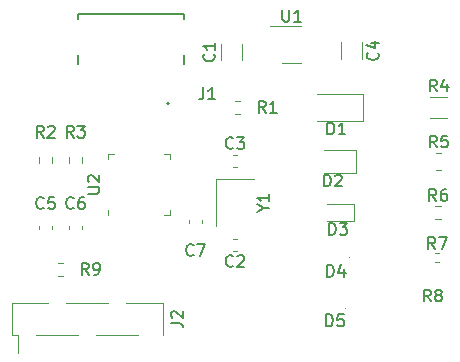
<source format=gbr>
%TF.GenerationSoftware,KiCad,Pcbnew,(5.99.0-9795-gc3c3649211)*%
%TF.CreationDate,2021-03-25T09:38:18-07:00*%
%TF.ProjectId,smd-challenge,736d642d-6368-4616-9c6c-656e67652e6b,rev?*%
%TF.SameCoordinates,Original*%
%TF.FileFunction,Legend,Top*%
%TF.FilePolarity,Positive*%
%FSLAX46Y46*%
G04 Gerber Fmt 4.6, Leading zero omitted, Abs format (unit mm)*
G04 Created by KiCad (PCBNEW (5.99.0-9795-gc3c3649211)) date 2021-03-25 09:38:18*
%MOMM*%
%LPD*%
G01*
G04 APERTURE LIST*
%ADD10C,0.150000*%
%ADD11C,0.100000*%
%ADD12C,0.120000*%
%ADD13C,0.127000*%
%ADD14C,0.200000*%
G04 APERTURE END LIST*
D10*
%TO.C,D5*%
X147710654Y-66272380D02*
X147710654Y-65272380D01*
X147948750Y-65272380D01*
X148091607Y-65320000D01*
X148186845Y-65415238D01*
X148234464Y-65510476D01*
X148282083Y-65700952D01*
X148282083Y-65843809D01*
X148234464Y-66034285D01*
X148186845Y-66129523D01*
X148091607Y-66224761D01*
X147948750Y-66272380D01*
X147710654Y-66272380D01*
X149186845Y-65272380D02*
X148710654Y-65272380D01*
X148663035Y-65748571D01*
X148710654Y-65700952D01*
X148805892Y-65653333D01*
X149043988Y-65653333D01*
X149139226Y-65700952D01*
X149186845Y-65748571D01*
X149234464Y-65843809D01*
X149234464Y-66081904D01*
X149186845Y-66177142D01*
X149139226Y-66224761D01*
X149043988Y-66272380D01*
X148805892Y-66272380D01*
X148710654Y-66224761D01*
X148663035Y-66177142D01*
%TO.C,D1*%
X147828154Y-50024380D02*
X147828154Y-49024380D01*
X148066250Y-49024380D01*
X148209107Y-49072000D01*
X148304345Y-49167238D01*
X148351964Y-49262476D01*
X148399583Y-49452952D01*
X148399583Y-49595809D01*
X148351964Y-49786285D01*
X148304345Y-49881523D01*
X148209107Y-49976761D01*
X148066250Y-50024380D01*
X147828154Y-50024380D01*
X149351964Y-50024380D02*
X148780535Y-50024380D01*
X149066250Y-50024380D02*
X149066250Y-49024380D01*
X148971011Y-49167238D01*
X148875773Y-49262476D01*
X148780535Y-49310095D01*
%TO.C,U2*%
X127516380Y-55033904D02*
X128325904Y-55033904D01*
X128421142Y-54986285D01*
X128468761Y-54938666D01*
X128516380Y-54843428D01*
X128516380Y-54652952D01*
X128468761Y-54557714D01*
X128421142Y-54510095D01*
X128325904Y-54462476D01*
X127516380Y-54462476D01*
X127611619Y-54033904D02*
X127564000Y-53986285D01*
X127516380Y-53891047D01*
X127516380Y-53652952D01*
X127564000Y-53557714D01*
X127611619Y-53510095D01*
X127706857Y-53462476D01*
X127802095Y-53462476D01*
X127944952Y-53510095D01*
X128516380Y-54081523D01*
X128516380Y-53462476D01*
%TO.C,R9*%
X127595333Y-61920380D02*
X127262000Y-61444190D01*
X127023904Y-61920380D02*
X127023904Y-60920380D01*
X127404857Y-60920380D01*
X127500095Y-60968000D01*
X127547714Y-61015619D01*
X127595333Y-61110857D01*
X127595333Y-61253714D01*
X127547714Y-61348952D01*
X127500095Y-61396571D01*
X127404857Y-61444190D01*
X127023904Y-61444190D01*
X128071523Y-61920380D02*
X128262000Y-61920380D01*
X128357238Y-61872761D01*
X128404857Y-61825142D01*
X128500095Y-61682285D01*
X128547714Y-61491809D01*
X128547714Y-61110857D01*
X128500095Y-61015619D01*
X128452476Y-60968000D01*
X128357238Y-60920380D01*
X128166761Y-60920380D01*
X128071523Y-60968000D01*
X128023904Y-61015619D01*
X127976285Y-61110857D01*
X127976285Y-61348952D01*
X128023904Y-61444190D01*
X128071523Y-61491809D01*
X128166761Y-61539428D01*
X128357238Y-61539428D01*
X128452476Y-61491809D01*
X128500095Y-61444190D01*
X128547714Y-61348952D01*
%TO.C,C5*%
X123785333Y-56237142D02*
X123737714Y-56284761D01*
X123594857Y-56332380D01*
X123499619Y-56332380D01*
X123356761Y-56284761D01*
X123261523Y-56189523D01*
X123213904Y-56094285D01*
X123166285Y-55903809D01*
X123166285Y-55760952D01*
X123213904Y-55570476D01*
X123261523Y-55475238D01*
X123356761Y-55380000D01*
X123499619Y-55332380D01*
X123594857Y-55332380D01*
X123737714Y-55380000D01*
X123785333Y-55427619D01*
X124690095Y-55332380D02*
X124213904Y-55332380D01*
X124166285Y-55808571D01*
X124213904Y-55760952D01*
X124309142Y-55713333D01*
X124547238Y-55713333D01*
X124642476Y-55760952D01*
X124690095Y-55808571D01*
X124737714Y-55903809D01*
X124737714Y-56141904D01*
X124690095Y-56237142D01*
X124642476Y-56284761D01*
X124547238Y-56332380D01*
X124309142Y-56332380D01*
X124213904Y-56284761D01*
X124166285Y-56237142D01*
%TO.C,R3*%
X126325333Y-50290380D02*
X125992000Y-49814190D01*
X125753904Y-50290380D02*
X125753904Y-49290380D01*
X126134857Y-49290380D01*
X126230095Y-49338000D01*
X126277714Y-49385619D01*
X126325333Y-49480857D01*
X126325333Y-49623714D01*
X126277714Y-49718952D01*
X126230095Y-49766571D01*
X126134857Y-49814190D01*
X125753904Y-49814190D01*
X126658666Y-49290380D02*
X127277714Y-49290380D01*
X126944380Y-49671333D01*
X127087238Y-49671333D01*
X127182476Y-49718952D01*
X127230095Y-49766571D01*
X127277714Y-49861809D01*
X127277714Y-50099904D01*
X127230095Y-50195142D01*
X127182476Y-50242761D01*
X127087238Y-50290380D01*
X126801523Y-50290380D01*
X126706285Y-50242761D01*
X126658666Y-50195142D01*
%TO.C,C7*%
X136485333Y-60207142D02*
X136437714Y-60254761D01*
X136294857Y-60302380D01*
X136199619Y-60302380D01*
X136056761Y-60254761D01*
X135961523Y-60159523D01*
X135913904Y-60064285D01*
X135866285Y-59873809D01*
X135866285Y-59730952D01*
X135913904Y-59540476D01*
X135961523Y-59445238D01*
X136056761Y-59350000D01*
X136199619Y-59302380D01*
X136294857Y-59302380D01*
X136437714Y-59350000D01*
X136485333Y-59397619D01*
X136818666Y-59302380D02*
X137485333Y-59302380D01*
X137056761Y-60302380D01*
%TO.C,C4*%
X152067142Y-43109666D02*
X152114761Y-43157285D01*
X152162380Y-43300142D01*
X152162380Y-43395380D01*
X152114761Y-43538238D01*
X152019523Y-43633476D01*
X151924285Y-43681095D01*
X151733809Y-43728714D01*
X151590952Y-43728714D01*
X151400476Y-43681095D01*
X151305238Y-43633476D01*
X151210000Y-43538238D01*
X151162380Y-43395380D01*
X151162380Y-43300142D01*
X151210000Y-43157285D01*
X151257619Y-43109666D01*
X151495714Y-42252523D02*
X152162380Y-42252523D01*
X151114761Y-42490619D02*
X151829047Y-42728714D01*
X151829047Y-42109666D01*
%TO.C,C1*%
X138207142Y-43219666D02*
X138254761Y-43267285D01*
X138302380Y-43410142D01*
X138302380Y-43505380D01*
X138254761Y-43648238D01*
X138159523Y-43743476D01*
X138064285Y-43791095D01*
X137873809Y-43838714D01*
X137730952Y-43838714D01*
X137540476Y-43791095D01*
X137445238Y-43743476D01*
X137350000Y-43648238D01*
X137302380Y-43505380D01*
X137302380Y-43410142D01*
X137350000Y-43267285D01*
X137397619Y-43219666D01*
X138302380Y-42267285D02*
X138302380Y-42838714D01*
X138302380Y-42553000D02*
X137302380Y-42553000D01*
X137445238Y-42648238D01*
X137540476Y-42743476D01*
X137588095Y-42838714D01*
%TO.C,R2*%
X123785333Y-50290380D02*
X123452000Y-49814190D01*
X123213904Y-50290380D02*
X123213904Y-49290380D01*
X123594857Y-49290380D01*
X123690095Y-49338000D01*
X123737714Y-49385619D01*
X123785333Y-49480857D01*
X123785333Y-49623714D01*
X123737714Y-49718952D01*
X123690095Y-49766571D01*
X123594857Y-49814190D01*
X123213904Y-49814190D01*
X124166285Y-49385619D02*
X124213904Y-49338000D01*
X124309142Y-49290380D01*
X124547238Y-49290380D01*
X124642476Y-49338000D01*
X124690095Y-49385619D01*
X124737714Y-49480857D01*
X124737714Y-49576095D01*
X124690095Y-49718952D01*
X124118666Y-50290380D01*
X124737714Y-50290380D01*
%TO.C,R8*%
X156568583Y-64172380D02*
X156235250Y-63696190D01*
X155997154Y-64172380D02*
X155997154Y-63172380D01*
X156378107Y-63172380D01*
X156473345Y-63220000D01*
X156520964Y-63267619D01*
X156568583Y-63362857D01*
X156568583Y-63505714D01*
X156520964Y-63600952D01*
X156473345Y-63648571D01*
X156378107Y-63696190D01*
X155997154Y-63696190D01*
X157140011Y-63600952D02*
X157044773Y-63553333D01*
X156997154Y-63505714D01*
X156949535Y-63410476D01*
X156949535Y-63362857D01*
X156997154Y-63267619D01*
X157044773Y-63220000D01*
X157140011Y-63172380D01*
X157330488Y-63172380D01*
X157425726Y-63220000D01*
X157473345Y-63267619D01*
X157520964Y-63362857D01*
X157520964Y-63410476D01*
X157473345Y-63505714D01*
X157425726Y-63553333D01*
X157330488Y-63600952D01*
X157140011Y-63600952D01*
X157044773Y-63648571D01*
X156997154Y-63696190D01*
X156949535Y-63791428D01*
X156949535Y-63981904D01*
X156997154Y-64077142D01*
X157044773Y-64124761D01*
X157140011Y-64172380D01*
X157330488Y-64172380D01*
X157425726Y-64124761D01*
X157473345Y-64077142D01*
X157520964Y-63981904D01*
X157520964Y-63791428D01*
X157473345Y-63696190D01*
X157425726Y-63648571D01*
X157330488Y-63600952D01*
%TO.C,D3*%
X147958154Y-58524380D02*
X147958154Y-57524380D01*
X148196250Y-57524380D01*
X148339107Y-57572000D01*
X148434345Y-57667238D01*
X148481964Y-57762476D01*
X148529583Y-57952952D01*
X148529583Y-58095809D01*
X148481964Y-58286285D01*
X148434345Y-58381523D01*
X148339107Y-58476761D01*
X148196250Y-58524380D01*
X147958154Y-58524380D01*
X148862916Y-57524380D02*
X149481964Y-57524380D01*
X149148630Y-57905333D01*
X149291488Y-57905333D01*
X149386726Y-57952952D01*
X149434345Y-58000571D01*
X149481964Y-58095809D01*
X149481964Y-58333904D01*
X149434345Y-58429142D01*
X149386726Y-58476761D01*
X149291488Y-58524380D01*
X149005773Y-58524380D01*
X148910535Y-58476761D01*
X148862916Y-58429142D01*
%TO.C,Y1*%
X142418190Y-56272190D02*
X142894380Y-56272190D01*
X141894380Y-56605523D02*
X142418190Y-56272190D01*
X141894380Y-55938857D01*
X142894380Y-55081714D02*
X142894380Y-55653142D01*
X142894380Y-55367428D02*
X141894380Y-55367428D01*
X142037238Y-55462666D01*
X142132476Y-55557904D01*
X142180095Y-55653142D01*
%TO.C,U1*%
X144018095Y-39470380D02*
X144018095Y-40279904D01*
X144065714Y-40375142D01*
X144113333Y-40422761D01*
X144208571Y-40470380D01*
X144399047Y-40470380D01*
X144494285Y-40422761D01*
X144541904Y-40375142D01*
X144589523Y-40279904D01*
X144589523Y-39470380D01*
X145589523Y-40470380D02*
X145018095Y-40470380D01*
X145303809Y-40470380D02*
X145303809Y-39470380D01*
X145208571Y-39613238D01*
X145113333Y-39708476D01*
X145018095Y-39756095D01*
%TO.C,C6*%
X126325333Y-56237142D02*
X126277714Y-56284761D01*
X126134857Y-56332380D01*
X126039619Y-56332380D01*
X125896761Y-56284761D01*
X125801523Y-56189523D01*
X125753904Y-56094285D01*
X125706285Y-55903809D01*
X125706285Y-55760952D01*
X125753904Y-55570476D01*
X125801523Y-55475238D01*
X125896761Y-55380000D01*
X126039619Y-55332380D01*
X126134857Y-55332380D01*
X126277714Y-55380000D01*
X126325333Y-55427619D01*
X127182476Y-55332380D02*
X126992000Y-55332380D01*
X126896761Y-55380000D01*
X126849142Y-55427619D01*
X126753904Y-55570476D01*
X126706285Y-55760952D01*
X126706285Y-56141904D01*
X126753904Y-56237142D01*
X126801523Y-56284761D01*
X126896761Y-56332380D01*
X127087238Y-56332380D01*
X127182476Y-56284761D01*
X127230095Y-56237142D01*
X127277714Y-56141904D01*
X127277714Y-55903809D01*
X127230095Y-55808571D01*
X127182476Y-55760952D01*
X127087238Y-55713333D01*
X126896761Y-55713333D01*
X126801523Y-55760952D01*
X126753904Y-55808571D01*
X126706285Y-55903809D01*
%TO.C,D2*%
X147528654Y-54426380D02*
X147528654Y-53426380D01*
X147766750Y-53426380D01*
X147909607Y-53474000D01*
X148004845Y-53569238D01*
X148052464Y-53664476D01*
X148100083Y-53854952D01*
X148100083Y-53997809D01*
X148052464Y-54188285D01*
X148004845Y-54283523D01*
X147909607Y-54378761D01*
X147766750Y-54426380D01*
X147528654Y-54426380D01*
X148481035Y-53521619D02*
X148528654Y-53474000D01*
X148623892Y-53426380D01*
X148861988Y-53426380D01*
X148957226Y-53474000D01*
X149004845Y-53521619D01*
X149052464Y-53616857D01*
X149052464Y-53712095D01*
X149004845Y-53854952D01*
X148433416Y-54426380D01*
X149052464Y-54426380D01*
%TO.C,D4*%
X147808154Y-62074380D02*
X147808154Y-61074380D01*
X148046250Y-61074380D01*
X148189107Y-61122000D01*
X148284345Y-61217238D01*
X148331964Y-61312476D01*
X148379583Y-61502952D01*
X148379583Y-61645809D01*
X148331964Y-61836285D01*
X148284345Y-61931523D01*
X148189107Y-62026761D01*
X148046250Y-62074380D01*
X147808154Y-62074380D01*
X149236726Y-61407714D02*
X149236726Y-62074380D01*
X148998630Y-61026761D02*
X148760535Y-61741047D01*
X149379583Y-61741047D01*
%TO.C,R5*%
X157078083Y-51126380D02*
X156744750Y-50650190D01*
X156506654Y-51126380D02*
X156506654Y-50126380D01*
X156887607Y-50126380D01*
X156982845Y-50174000D01*
X157030464Y-50221619D01*
X157078083Y-50316857D01*
X157078083Y-50459714D01*
X157030464Y-50554952D01*
X156982845Y-50602571D01*
X156887607Y-50650190D01*
X156506654Y-50650190D01*
X157982845Y-50126380D02*
X157506654Y-50126380D01*
X157459035Y-50602571D01*
X157506654Y-50554952D01*
X157601892Y-50507333D01*
X157839988Y-50507333D01*
X157935226Y-50554952D01*
X157982845Y-50602571D01*
X158030464Y-50697809D01*
X158030464Y-50935904D01*
X157982845Y-51031142D01*
X157935226Y-51078761D01*
X157839988Y-51126380D01*
X157601892Y-51126380D01*
X157506654Y-51078761D01*
X157459035Y-51031142D01*
%TO.C,R6*%
X157036083Y-55664380D02*
X156702750Y-55188190D01*
X156464654Y-55664380D02*
X156464654Y-54664380D01*
X156845607Y-54664380D01*
X156940845Y-54712000D01*
X156988464Y-54759619D01*
X157036083Y-54854857D01*
X157036083Y-54997714D01*
X156988464Y-55092952D01*
X156940845Y-55140571D01*
X156845607Y-55188190D01*
X156464654Y-55188190D01*
X157893226Y-54664380D02*
X157702750Y-54664380D01*
X157607511Y-54712000D01*
X157559892Y-54759619D01*
X157464654Y-54902476D01*
X157417035Y-55092952D01*
X157417035Y-55473904D01*
X157464654Y-55569142D01*
X157512273Y-55616761D01*
X157607511Y-55664380D01*
X157797988Y-55664380D01*
X157893226Y-55616761D01*
X157940845Y-55569142D01*
X157988464Y-55473904D01*
X157988464Y-55235809D01*
X157940845Y-55140571D01*
X157893226Y-55092952D01*
X157797988Y-55045333D01*
X157607511Y-55045333D01*
X157512273Y-55092952D01*
X157464654Y-55140571D01*
X157417035Y-55235809D01*
%TO.C,J1*%
X137305666Y-46053380D02*
X137305666Y-46767666D01*
X137258047Y-46910523D01*
X137162809Y-47005761D01*
X137019952Y-47053380D01*
X136924714Y-47053380D01*
X138305666Y-47053380D02*
X137734238Y-47053380D01*
X138019952Y-47053380D02*
X138019952Y-46053380D01*
X137924714Y-46196238D01*
X137829476Y-46291476D01*
X137734238Y-46339095D01*
%TO.C,R7*%
X156948583Y-59734380D02*
X156615250Y-59258190D01*
X156377154Y-59734380D02*
X156377154Y-58734380D01*
X156758107Y-58734380D01*
X156853345Y-58782000D01*
X156900964Y-58829619D01*
X156948583Y-58924857D01*
X156948583Y-59067714D01*
X156900964Y-59162952D01*
X156853345Y-59210571D01*
X156758107Y-59258190D01*
X156377154Y-59258190D01*
X157281916Y-58734380D02*
X157948583Y-58734380D01*
X157520011Y-59734380D01*
%TO.C,R4*%
X157078083Y-46384380D02*
X156744750Y-45908190D01*
X156506654Y-46384380D02*
X156506654Y-45384380D01*
X156887607Y-45384380D01*
X156982845Y-45432000D01*
X157030464Y-45479619D01*
X157078083Y-45574857D01*
X157078083Y-45717714D01*
X157030464Y-45812952D01*
X156982845Y-45860571D01*
X156887607Y-45908190D01*
X156506654Y-45908190D01*
X157935226Y-45717714D02*
X157935226Y-46384380D01*
X157697130Y-45336761D02*
X157459035Y-46051047D01*
X158078083Y-46051047D01*
%TO.C,C2*%
X139825333Y-61139142D02*
X139777714Y-61186761D01*
X139634857Y-61234380D01*
X139539619Y-61234380D01*
X139396761Y-61186761D01*
X139301523Y-61091523D01*
X139253904Y-60996285D01*
X139206285Y-60805809D01*
X139206285Y-60662952D01*
X139253904Y-60472476D01*
X139301523Y-60377238D01*
X139396761Y-60282000D01*
X139539619Y-60234380D01*
X139634857Y-60234380D01*
X139777714Y-60282000D01*
X139825333Y-60329619D01*
X140206285Y-60329619D02*
X140253904Y-60282000D01*
X140349142Y-60234380D01*
X140587238Y-60234380D01*
X140682476Y-60282000D01*
X140730095Y-60329619D01*
X140777714Y-60424857D01*
X140777714Y-60520095D01*
X140730095Y-60662952D01*
X140158666Y-61234380D01*
X140777714Y-61234380D01*
%TO.C,C3*%
X139825333Y-51167142D02*
X139777714Y-51214761D01*
X139634857Y-51262380D01*
X139539619Y-51262380D01*
X139396761Y-51214761D01*
X139301523Y-51119523D01*
X139253904Y-51024285D01*
X139206285Y-50833809D01*
X139206285Y-50690952D01*
X139253904Y-50500476D01*
X139301523Y-50405238D01*
X139396761Y-50310000D01*
X139539619Y-50262380D01*
X139634857Y-50262380D01*
X139777714Y-50310000D01*
X139825333Y-50357619D01*
X140158666Y-50262380D02*
X140777714Y-50262380D01*
X140444380Y-50643333D01*
X140587238Y-50643333D01*
X140682476Y-50690952D01*
X140730095Y-50738571D01*
X140777714Y-50833809D01*
X140777714Y-51071904D01*
X140730095Y-51167142D01*
X140682476Y-51214761D01*
X140587238Y-51262380D01*
X140301523Y-51262380D01*
X140206285Y-51214761D01*
X140158666Y-51167142D01*
%TO.C,J2*%
X134580380Y-65988333D02*
X135294666Y-65988333D01*
X135437523Y-66035952D01*
X135532761Y-66131190D01*
X135580380Y-66274047D01*
X135580380Y-66369285D01*
X134675619Y-65559761D02*
X134628000Y-65512142D01*
X134580380Y-65416904D01*
X134580380Y-65178809D01*
X134628000Y-65083571D01*
X134675619Y-65035952D01*
X134770857Y-64988333D01*
X134866095Y-64988333D01*
X135008952Y-65035952D01*
X135580380Y-65607380D01*
X135580380Y-64988333D01*
%TO.C,R1*%
X142581333Y-48204380D02*
X142248000Y-47728190D01*
X142009904Y-48204380D02*
X142009904Y-47204380D01*
X142390857Y-47204380D01*
X142486095Y-47252000D01*
X142533714Y-47299619D01*
X142581333Y-47394857D01*
X142581333Y-47537714D01*
X142533714Y-47632952D01*
X142486095Y-47680571D01*
X142390857Y-47728190D01*
X142009904Y-47728190D01*
X143533714Y-48204380D02*
X142962285Y-48204380D01*
X143248000Y-48204380D02*
X143248000Y-47204380D01*
X143152761Y-47347238D01*
X143057523Y-47442476D01*
X142962285Y-47490095D01*
D11*
%TO.C,D5*%
X149358750Y-64770000D02*
G75*
G03*
X149358750Y-64770000I-50000J0D01*
G01*
D12*
%TO.C,D1*%
X150831250Y-46617000D02*
X146946250Y-46617000D01*
X150831250Y-48887000D02*
X150831250Y-46617000D01*
X146946250Y-48887000D02*
X150831250Y-48887000D01*
%TO.C,U2*%
X134474000Y-56407000D02*
X134474000Y-56882000D01*
X134474000Y-52137000D02*
X134474000Y-51662000D01*
X129254000Y-56407000D02*
X129254000Y-56882000D01*
X129254000Y-52137000D02*
X129254000Y-51662000D01*
X134474000Y-56882000D02*
X133999000Y-56882000D01*
X134474000Y-51662000D02*
X133999000Y-51662000D01*
X129254000Y-51662000D02*
X129729000Y-51662000D01*
%TO.C,R9*%
X125459258Y-60945500D02*
X124984742Y-60945500D01*
X125459258Y-61990500D02*
X124984742Y-61990500D01*
%TO.C,C5*%
X123442000Y-57771420D02*
X123442000Y-58052580D01*
X124462000Y-57771420D02*
X124462000Y-58052580D01*
%TO.C,R3*%
X127014500Y-51959742D02*
X127014500Y-52434258D01*
X125969500Y-51959742D02*
X125969500Y-52434258D01*
%TO.C,C7*%
X136142000Y-57263420D02*
X136142000Y-57544580D01*
X137162000Y-57263420D02*
X137162000Y-57544580D01*
%TO.C,C4*%
X150770000Y-42231748D02*
X150770000Y-43654252D01*
X148950000Y-42231748D02*
X148950000Y-43654252D01*
%TO.C,C1*%
X138790000Y-43764252D02*
X138790000Y-42341748D01*
X140610000Y-43764252D02*
X140610000Y-42341748D01*
%TO.C,R2*%
X124474500Y-51959742D02*
X124474500Y-52434258D01*
X123429500Y-51959742D02*
X123429500Y-52434258D01*
%TO.C,D3*%
X150031250Y-57377000D02*
X150031250Y-55907000D01*
X150031250Y-55907000D02*
X147746250Y-55907000D01*
X147746250Y-57377000D02*
X150031250Y-57377000D01*
%TO.C,Y1*%
X138392000Y-53796000D02*
X138392000Y-57796000D01*
X141592000Y-53796000D02*
X138392000Y-53796000D01*
%TO.C,U1*%
X144780000Y-40858000D02*
X142980000Y-40858000D01*
X144780000Y-43978000D02*
X145580000Y-43978000D01*
X144780000Y-40858000D02*
X145580000Y-40858000D01*
X144780000Y-43978000D02*
X143980000Y-43978000D01*
%TO.C,C6*%
X127002000Y-57771420D02*
X127002000Y-58052580D01*
X125982000Y-57771420D02*
X125982000Y-58052580D01*
%TO.C,D2*%
X150231250Y-51364000D02*
X147546250Y-51364000D01*
X147546250Y-53284000D02*
X150231250Y-53284000D01*
X150231250Y-53284000D02*
X150231250Y-51364000D01*
D11*
%TO.C,D4*%
X149686250Y-60452000D02*
G75*
G03*
X149686250Y-60452000I-50000J0D01*
G01*
D12*
%TO.C,R5*%
X157017686Y-53059000D02*
X157471814Y-53059000D01*
X157017686Y-51589000D02*
X157471814Y-51589000D01*
%TO.C,R6*%
X156965492Y-56119500D02*
X157440008Y-56119500D01*
X156965492Y-57164500D02*
X157440008Y-57164500D01*
D13*
%TO.C,J1*%
X126746000Y-40266000D02*
X126746000Y-39846000D01*
X126746000Y-39846000D02*
X135686000Y-39846000D01*
X135686000Y-44091000D02*
X135686000Y-43326000D01*
X126746000Y-44091000D02*
X126746000Y-43326000D01*
X135686000Y-39846000D02*
X135686000Y-40266000D01*
D14*
X134416000Y-47396000D02*
G75*
G03*
X134416000Y-47396000I-100000J0D01*
G01*
D12*
%TO.C,R7*%
X156961609Y-60832000D02*
X157268891Y-60832000D01*
X156961609Y-60072000D02*
X157268891Y-60072000D01*
%TO.C,R4*%
X156517686Y-48662000D02*
X157971814Y-48662000D01*
X156517686Y-46842000D02*
X157971814Y-46842000D01*
%TO.C,C2*%
X140132580Y-58842000D02*
X139851420Y-58842000D01*
X140132580Y-59862000D02*
X139851420Y-59862000D01*
%TO.C,C3*%
X139851420Y-52750000D02*
X140132580Y-52750000D01*
X139851420Y-51730000D02*
X140132580Y-51730000D01*
%TO.C,J2*%
X125719999Y-64325000D02*
X129279999Y-64325000D01*
X121659999Y-66985000D02*
X121659999Y-68505000D01*
X121089999Y-64325000D02*
X124199999Y-64325000D01*
X130799999Y-64325000D02*
X133909999Y-64325000D01*
X128259999Y-66985000D02*
X131819999Y-66985000D01*
X133339999Y-64325000D02*
X133909999Y-64325000D01*
X121089999Y-66985000D02*
X121089999Y-64325000D01*
X121089999Y-66985000D02*
X121659999Y-66985000D01*
X133909999Y-66985000D02*
X133909999Y-64325000D01*
X123179999Y-66985000D02*
X126739999Y-66985000D01*
%TO.C,R1*%
X139970742Y-48274500D02*
X140445258Y-48274500D01*
X139970742Y-47229500D02*
X140445258Y-47229500D01*
%TD*%
M02*

</source>
